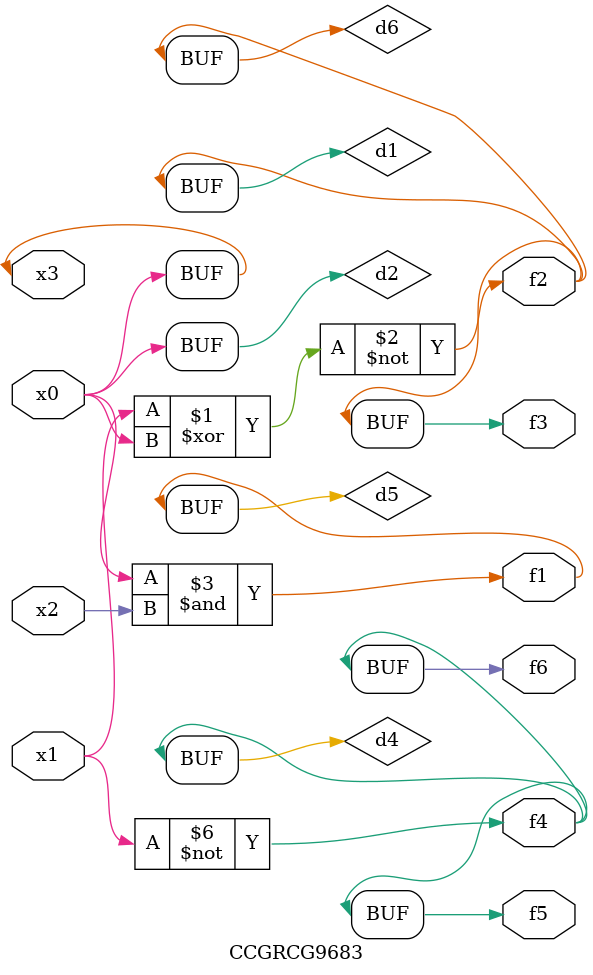
<source format=v>
module CCGRCG9683(
	input x0, x1, x2, x3,
	output f1, f2, f3, f4, f5, f6
);

	wire d1, d2, d3, d4, d5, d6;

	xnor (d1, x1, x3);
	buf (d2, x0, x3);
	nand (d3, x0, x2);
	not (d4, x1);
	nand (d5, d3);
	or (d6, d1);
	assign f1 = d5;
	assign f2 = d6;
	assign f3 = d6;
	assign f4 = d4;
	assign f5 = d4;
	assign f6 = d4;
endmodule

</source>
